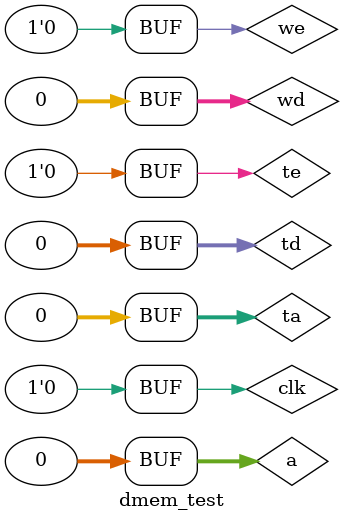
<source format=v>
`timescale 1ns / 1ps


module dmem_test;

	// Inputs
	reg clk;
	reg we;
	reg te;
	reg [31:0] a;
	reg [31:0] ta;
	reg [31:0] wd;
	reg [31:0] td;

	// Outputs
	wire [31:0] rd;
	wire [31:0] rtd;

	// Instantiate the Unit Under Test (UUT)
	data_mem uut (
		.clk(clk), 
		.we(we), 
		.te(te), 
		.a(a), 
		.ta(ta), 
		.wd(wd), 
		.td(td), 
		.rd(rd), 
		.rtd(rtd)
	);

	initial begin
		// Initialize Inputs
		clk = 0;
		we = 0;
		te = 0;
		a = 0;
		ta = 0;
		wd = 0;
		td = 0;

		// Wait 100 ns for global reset to finish
		#100;
        
		// Add stimulus here

	end
      
endmodule


</source>
